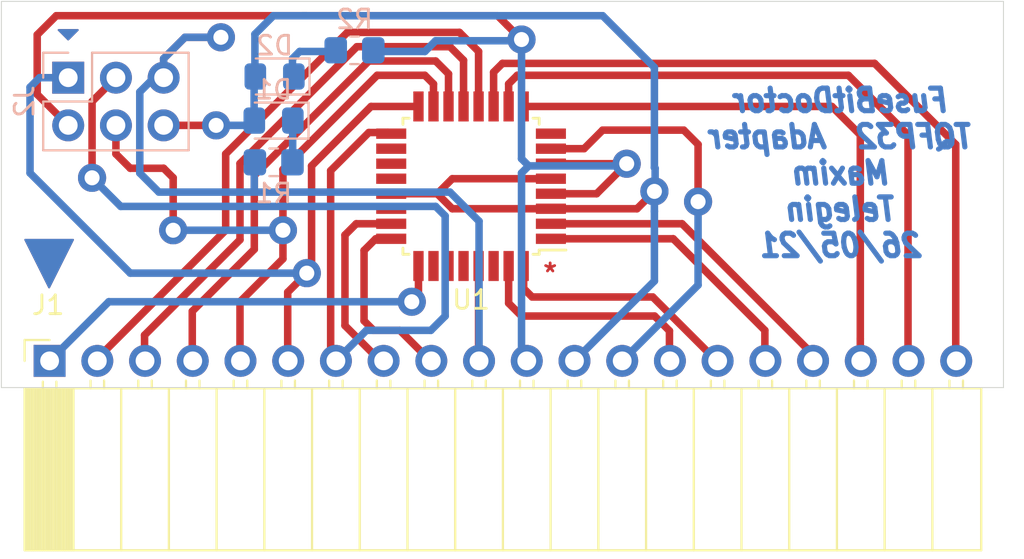
<source format=kicad_pcb>
(kicad_pcb (version 20171130) (host pcbnew "(5.1.10)-1")

  (general
    (thickness 1.6)
    (drawings 14)
    (tracks 190)
    (zones 0)
    (modules 7)
    (nets 32)
  )

  (page A4)
  (layers
    (0 F.Cu signal)
    (31 B.Cu signal)
    (32 B.Adhes user)
    (33 F.Adhes user)
    (34 B.Paste user)
    (35 F.Paste user)
    (36 B.SilkS user)
    (37 F.SilkS user)
    (38 B.Mask user)
    (39 F.Mask user)
    (40 Dwgs.User user)
    (41 Cmts.User user)
    (42 Eco1.User user)
    (43 Eco2.User user)
    (44 Edge.Cuts user)
    (45 Margin user)
    (46 B.CrtYd user)
    (47 F.CrtYd user)
    (48 B.Fab user)
    (49 F.Fab user)
  )

  (setup
    (last_trace_width 0.4)
    (user_trace_width 0.4)
    (trace_clearance 0.2)
    (zone_clearance 0.508)
    (zone_45_only no)
    (trace_min 0.2)
    (via_size 0.8)
    (via_drill 0.4)
    (via_min_size 0.4)
    (via_min_drill 0.3)
    (uvia_size 0.3)
    (uvia_drill 0.1)
    (uvias_allowed no)
    (uvia_min_size 0.2)
    (uvia_min_drill 0.1)
    (edge_width 0.05)
    (segment_width 0.2)
    (pcb_text_width 0.3)
    (pcb_text_size 1.5 1.5)
    (mod_edge_width 0.12)
    (mod_text_size 1 1)
    (mod_text_width 0.15)
    (pad_size 1.524 1.524)
    (pad_drill 0.762)
    (pad_to_mask_clearance 0)
    (aux_axis_origin 0 0)
    (visible_elements 7FFFFFFF)
    (pcbplotparams
      (layerselection 0x010fc_ffffffff)
      (usegerberextensions false)
      (usegerberattributes true)
      (usegerberadvancedattributes true)
      (creategerberjobfile true)
      (excludeedgelayer true)
      (linewidth 0.100000)
      (plotframeref false)
      (viasonmask false)
      (mode 1)
      (useauxorigin false)
      (hpglpennumber 1)
      (hpglpenspeed 20)
      (hpglpendiameter 15.000000)
      (psnegative false)
      (psa4output false)
      (plotreference true)
      (plotvalue true)
      (plotinvisibletext false)
      (padsonsilk false)
      (subtractmaskfromsilk false)
      (outputformat 1)
      (mirror false)
      (drillshape 1)
      (scaleselection 1)
      (outputdirectory ""))
  )

  (net 0 "")
  (net 1 PAG)
  (net 2 XA1)
  (net 3 XA0)
  (net 4 BS1)
  (net 5 WR)
  (net 6 OE)
  (net 7 RDY)
  (net 8 XTAL1)
  (net 9 GND)
  (net 10 +5V)
  (net 11 DATA7)
  (net 12 DATA6)
  (net 13 DATA5)
  (net 14 DATA4)
  (net 15 DATA3)
  (net 16 DATA2)
  (net 17 DATA1)
  (net 18 DATA0)
  (net 19 BS2)
  (net 20 "Net-(U1-Pad30)")
  (net 21 "Net-(U1-Pad28)")
  (net 22 "Net-(U1-Pad27)")
  (net 23 "Net-(U1-Pad26)")
  (net 24 "Net-(U1-Pad22)")
  (net 25 "Net-(U1-Pad20)")
  (net 26 "Net-(U1-Pad19)")
  (net 27 "Net-(U1-Pad18)")
  (net 28 "Net-(U1-Pad8)")
  (net 29 RESET)
  (net 30 "Net-(D1-Pad1)")
  (net 31 "Net-(D2-Pad1)")

  (net_class Default "This is the default net class."
    (clearance 0.2)
    (trace_width 0.25)
    (via_dia 0.8)
    (via_drill 0.4)
    (uvia_dia 0.3)
    (uvia_drill 0.1)
    (add_net +5V)
    (add_net BS1)
    (add_net BS2)
    (add_net DATA0)
    (add_net DATA1)
    (add_net DATA2)
    (add_net DATA3)
    (add_net DATA4)
    (add_net DATA5)
    (add_net DATA6)
    (add_net DATA7)
    (add_net GND)
    (add_net "Net-(D1-Pad1)")
    (add_net "Net-(D2-Pad1)")
    (add_net "Net-(U1-Pad18)")
    (add_net "Net-(U1-Pad19)")
    (add_net "Net-(U1-Pad20)")
    (add_net "Net-(U1-Pad22)")
    (add_net "Net-(U1-Pad26)")
    (add_net "Net-(U1-Pad27)")
    (add_net "Net-(U1-Pad28)")
    (add_net "Net-(U1-Pad30)")
    (add_net "Net-(U1-Pad8)")
    (add_net OE)
    (add_net PAG)
    (add_net RDY)
    (add_net RESET)
    (add_net WR)
    (add_net XA0)
    (add_net XA1)
    (add_net XTAL1)
  )

  (module Resistor_SMD:R_0805_2012Metric_Pad1.20x1.40mm_HandSolder (layer B.Cu) (tedit 5F68FEEE) (tstamp 60AF9829)
    (at 136.906 96.5835 180)
    (descr "Resistor SMD 0805 (2012 Metric), square (rectangular) end terminal, IPC_7351 nominal with elongated pad for handsoldering. (Body size source: IPC-SM-782 page 72, https://www.pcb-3d.com/wordpress/wp-content/uploads/ipc-sm-782a_amendment_1_and_2.pdf), generated with kicad-footprint-generator")
    (tags "resistor handsolder")
    (path /60BA6720)
    (attr smd)
    (fp_text reference R2 (at 0 1.65) (layer B.SilkS)
      (effects (font (size 1 1) (thickness 0.15)) (justify mirror))
    )
    (fp_text value 1К (at 0 -1.65) (layer B.Fab)
      (effects (font (size 1 1) (thickness 0.15)) (justify mirror))
    )
    (fp_text user %R (at 0 0) (layer B.Fab)
      (effects (font (size 0.5 0.5) (thickness 0.08)) (justify mirror))
    )
    (fp_line (start -1 -0.625) (end -1 0.625) (layer B.Fab) (width 0.1))
    (fp_line (start -1 0.625) (end 1 0.625) (layer B.Fab) (width 0.1))
    (fp_line (start 1 0.625) (end 1 -0.625) (layer B.Fab) (width 0.1))
    (fp_line (start 1 -0.625) (end -1 -0.625) (layer B.Fab) (width 0.1))
    (fp_line (start -0.227064 0.735) (end 0.227064 0.735) (layer B.SilkS) (width 0.12))
    (fp_line (start -0.227064 -0.735) (end 0.227064 -0.735) (layer B.SilkS) (width 0.12))
    (fp_line (start -1.85 -0.95) (end -1.85 0.95) (layer B.CrtYd) (width 0.05))
    (fp_line (start -1.85 0.95) (end 1.85 0.95) (layer B.CrtYd) (width 0.05))
    (fp_line (start 1.85 0.95) (end 1.85 -0.95) (layer B.CrtYd) (width 0.05))
    (fp_line (start 1.85 -0.95) (end -1.85 -0.95) (layer B.CrtYd) (width 0.05))
    (pad 2 smd roundrect (at 1 0 180) (size 1.2 1.4) (layers B.Cu B.Paste B.Mask) (roundrect_rratio 0.208333)
      (net 31 "Net-(D2-Pad1)"))
    (pad 1 smd roundrect (at -1 0 180) (size 1.2 1.4) (layers B.Cu B.Paste B.Mask) (roundrect_rratio 0.208333)
      (net 10 +5V))
    (model ${KISYS3DMOD}/Resistor_SMD.3dshapes/R_0805_2012Metric.wrl
      (at (xyz 0 0 0))
      (scale (xyz 1 1 1))
      (rotate (xyz 0 0 0))
    )
  )

  (module Resistor_SMD:R_0805_2012Metric_Pad1.20x1.40mm_HandSolder (layer B.Cu) (tedit 5F68FEEE) (tstamp 60AF9818)
    (at 132.604 102.5525)
    (descr "Resistor SMD 0805 (2012 Metric), square (rectangular) end terminal, IPC_7351 nominal with elongated pad for handsoldering. (Body size source: IPC-SM-782 page 72, https://www.pcb-3d.com/wordpress/wp-content/uploads/ipc-sm-782a_amendment_1_and_2.pdf), generated with kicad-footprint-generator")
    (tags "resistor handsolder")
    (path /60BA4C2B)
    (attr smd)
    (fp_text reference R1 (at 0 1.65) (layer B.SilkS)
      (effects (font (size 1 1) (thickness 0.15)) (justify mirror))
    )
    (fp_text value 1К (at 0 -1.65) (layer B.Fab)
      (effects (font (size 1 1) (thickness 0.15)) (justify mirror))
    )
    (fp_text user %R (at 0 0) (layer B.Fab)
      (effects (font (size 0.5 0.5) (thickness 0.08)) (justify mirror))
    )
    (fp_line (start -1 -0.625) (end -1 0.625) (layer B.Fab) (width 0.1))
    (fp_line (start -1 0.625) (end 1 0.625) (layer B.Fab) (width 0.1))
    (fp_line (start 1 0.625) (end 1 -0.625) (layer B.Fab) (width 0.1))
    (fp_line (start 1 -0.625) (end -1 -0.625) (layer B.Fab) (width 0.1))
    (fp_line (start -0.227064 0.735) (end 0.227064 0.735) (layer B.SilkS) (width 0.12))
    (fp_line (start -0.227064 -0.735) (end 0.227064 -0.735) (layer B.SilkS) (width 0.12))
    (fp_line (start -1.85 -0.95) (end -1.85 0.95) (layer B.CrtYd) (width 0.05))
    (fp_line (start -1.85 0.95) (end 1.85 0.95) (layer B.CrtYd) (width 0.05))
    (fp_line (start 1.85 0.95) (end 1.85 -0.95) (layer B.CrtYd) (width 0.05))
    (fp_line (start 1.85 -0.95) (end -1.85 -0.95) (layer B.CrtYd) (width 0.05))
    (pad 2 smd roundrect (at 1 0) (size 1.2 1.4) (layers B.Cu B.Paste B.Mask) (roundrect_rratio 0.208333)
      (net 30 "Net-(D1-Pad1)"))
    (pad 1 smd roundrect (at -1 0) (size 1.2 1.4) (layers B.Cu B.Paste B.Mask) (roundrect_rratio 0.208333)
      (net 29 RESET))
    (model ${KISYS3DMOD}/Resistor_SMD.3dshapes/R_0805_2012Metric.wrl
      (at (xyz 0 0 0))
      (scale (xyz 1 1 1))
      (rotate (xyz 0 0 0))
    )
  )

  (module LED_SMD:LED_0805_2012Metric_Pad1.15x1.40mm_HandSolder (layer B.Cu) (tedit 5F68FEF1) (tstamp 60AF966B)
    (at 132.6515 97.9805 180)
    (descr "LED SMD 0805 (2012 Metric), square (rectangular) end terminal, IPC_7351 nominal, (Body size source: https://docs.google.com/spreadsheets/d/1BsfQQcO9C6DZCsRaXUlFlo91Tg2WpOkGARC1WS5S8t0/edit?usp=sharing), generated with kicad-footprint-generator")
    (tags "LED handsolder")
    (path /60B87E9D)
    (attr smd)
    (fp_text reference D2 (at 0 1.65) (layer B.SilkS)
      (effects (font (size 1 1) (thickness 0.15)) (justify mirror))
    )
    (fp_text value LED (at 0 -1.65) (layer B.Fab)
      (effects (font (size 1 1) (thickness 0.15)) (justify mirror))
    )
    (fp_text user %R (at 0 0) (layer B.Fab)
      (effects (font (size 0.5 0.5) (thickness 0.08)) (justify mirror))
    )
    (fp_line (start 1 0.6) (end -0.7 0.6) (layer B.Fab) (width 0.1))
    (fp_line (start -0.7 0.6) (end -1 0.3) (layer B.Fab) (width 0.1))
    (fp_line (start -1 0.3) (end -1 -0.6) (layer B.Fab) (width 0.1))
    (fp_line (start -1 -0.6) (end 1 -0.6) (layer B.Fab) (width 0.1))
    (fp_line (start 1 -0.6) (end 1 0.6) (layer B.Fab) (width 0.1))
    (fp_line (start 1 0.96) (end -1.86 0.96) (layer B.SilkS) (width 0.12))
    (fp_line (start -1.86 0.96) (end -1.86 -0.96) (layer B.SilkS) (width 0.12))
    (fp_line (start -1.86 -0.96) (end 1 -0.96) (layer B.SilkS) (width 0.12))
    (fp_line (start -1.85 -0.95) (end -1.85 0.95) (layer B.CrtYd) (width 0.05))
    (fp_line (start -1.85 0.95) (end 1.85 0.95) (layer B.CrtYd) (width 0.05))
    (fp_line (start 1.85 0.95) (end 1.85 -0.95) (layer B.CrtYd) (width 0.05))
    (fp_line (start 1.85 -0.95) (end -1.85 -0.95) (layer B.CrtYd) (width 0.05))
    (pad 2 smd roundrect (at 1.025 0 180) (size 1.15 1.4) (layers B.Cu B.Paste B.Mask) (roundrect_rratio 0.217391)
      (net 9 GND))
    (pad 1 smd roundrect (at -1.025 0 180) (size 1.15 1.4) (layers B.Cu B.Paste B.Mask) (roundrect_rratio 0.217391)
      (net 31 "Net-(D2-Pad1)"))
    (model ${KISYS3DMOD}/LED_SMD.3dshapes/LED_0805_2012Metric.wrl
      (at (xyz 0 0 0))
      (scale (xyz 1 1 1))
      (rotate (xyz 0 0 0))
    )
  )

  (module LED_SMD:LED_0805_2012Metric_Pad1.15x1.40mm_HandSolder (layer B.Cu) (tedit 5F68FEF1) (tstamp 60AF9658)
    (at 132.597 100.33 180)
    (descr "LED SMD 0805 (2012 Metric), square (rectangular) end terminal, IPC_7351 nominal, (Body size source: https://docs.google.com/spreadsheets/d/1BsfQQcO9C6DZCsRaXUlFlo91Tg2WpOkGARC1WS5S8t0/edit?usp=sharing), generated with kicad-footprint-generator")
    (tags "LED handsolder")
    (path /60B8D8E2)
    (attr smd)
    (fp_text reference D1 (at 0 1.65) (layer B.SilkS)
      (effects (font (size 1 1) (thickness 0.15)) (justify mirror))
    )
    (fp_text value LED (at 0 -1.65) (layer B.Fab)
      (effects (font (size 1 1) (thickness 0.15)) (justify mirror))
    )
    (fp_text user %R (at 0 0) (layer B.Fab)
      (effects (font (size 0.5 0.5) (thickness 0.08)) (justify mirror))
    )
    (fp_line (start 1 0.6) (end -0.7 0.6) (layer B.Fab) (width 0.1))
    (fp_line (start -0.7 0.6) (end -1 0.3) (layer B.Fab) (width 0.1))
    (fp_line (start -1 0.3) (end -1 -0.6) (layer B.Fab) (width 0.1))
    (fp_line (start -1 -0.6) (end 1 -0.6) (layer B.Fab) (width 0.1))
    (fp_line (start 1 -0.6) (end 1 0.6) (layer B.Fab) (width 0.1))
    (fp_line (start 1 0.96) (end -1.86 0.96) (layer B.SilkS) (width 0.12))
    (fp_line (start -1.86 0.96) (end -1.86 -0.96) (layer B.SilkS) (width 0.12))
    (fp_line (start -1.86 -0.96) (end 1 -0.96) (layer B.SilkS) (width 0.12))
    (fp_line (start -1.85 -0.95) (end -1.85 0.95) (layer B.CrtYd) (width 0.05))
    (fp_line (start -1.85 0.95) (end 1.85 0.95) (layer B.CrtYd) (width 0.05))
    (fp_line (start 1.85 0.95) (end 1.85 -0.95) (layer B.CrtYd) (width 0.05))
    (fp_line (start 1.85 -0.95) (end -1.85 -0.95) (layer B.CrtYd) (width 0.05))
    (pad 2 smd roundrect (at 1.025 0 180) (size 1.15 1.4) (layers B.Cu B.Paste B.Mask) (roundrect_rratio 0.217391)
      (net 9 GND))
    (pad 1 smd roundrect (at -1.025 0 180) (size 1.15 1.4) (layers B.Cu B.Paste B.Mask) (roundrect_rratio 0.217391)
      (net 30 "Net-(D1-Pad1)"))
    (model ${KISYS3DMOD}/LED_SMD.3dshapes/LED_0805_2012Metric.wrl
      (at (xyz 0 0 0))
      (scale (xyz 1 1 1))
      (rotate (xyz 0 0 0))
    )
  )

  (module Connector_PinHeader_2.54mm:PinHeader_2x03_P2.54mm_Vertical (layer B.Cu) (tedit 59FED5CC) (tstamp 60AF7109)
    (at 121.666 98.044 270)
    (descr "Through hole straight pin header, 2x03, 2.54mm pitch, double rows")
    (tags "Through hole pin header THT 2x03 2.54mm double row")
    (path /60AF4D40)
    (fp_text reference J2 (at 1.27 2.33 270) (layer B.SilkS)
      (effects (font (size 1 1) (thickness 0.15)) (justify mirror))
    )
    (fp_text value ISP (at 1.27 -7.41 270) (layer B.Fab)
      (effects (font (size 1 1) (thickness 0.15)) (justify mirror))
    )
    (fp_text user %R (at 1.27 -2.54) (layer B.Fab)
      (effects (font (size 1 1) (thickness 0.15)) (justify mirror))
    )
    (fp_line (start 0 1.27) (end 3.81 1.27) (layer B.Fab) (width 0.1))
    (fp_line (start 3.81 1.27) (end 3.81 -6.35) (layer B.Fab) (width 0.1))
    (fp_line (start 3.81 -6.35) (end -1.27 -6.35) (layer B.Fab) (width 0.1))
    (fp_line (start -1.27 -6.35) (end -1.27 0) (layer B.Fab) (width 0.1))
    (fp_line (start -1.27 0) (end 0 1.27) (layer B.Fab) (width 0.1))
    (fp_line (start -1.33 -6.41) (end 3.87 -6.41) (layer B.SilkS) (width 0.12))
    (fp_line (start -1.33 -1.27) (end -1.33 -6.41) (layer B.SilkS) (width 0.12))
    (fp_line (start 3.87 1.33) (end 3.87 -6.41) (layer B.SilkS) (width 0.12))
    (fp_line (start -1.33 -1.27) (end 1.27 -1.27) (layer B.SilkS) (width 0.12))
    (fp_line (start 1.27 -1.27) (end 1.27 1.33) (layer B.SilkS) (width 0.12))
    (fp_line (start 1.27 1.33) (end 3.87 1.33) (layer B.SilkS) (width 0.12))
    (fp_line (start -1.33 0) (end -1.33 1.33) (layer B.SilkS) (width 0.12))
    (fp_line (start -1.33 1.33) (end 0 1.33) (layer B.SilkS) (width 0.12))
    (fp_line (start -1.8 1.8) (end -1.8 -6.85) (layer B.CrtYd) (width 0.05))
    (fp_line (start -1.8 -6.85) (end 4.35 -6.85) (layer B.CrtYd) (width 0.05))
    (fp_line (start 4.35 -6.85) (end 4.35 1.8) (layer B.CrtYd) (width 0.05))
    (fp_line (start 4.35 1.8) (end -1.8 1.8) (layer B.CrtYd) (width 0.05))
    (pad 6 thru_hole oval (at 2.54 -5.08 270) (size 1.7 1.7) (drill 1) (layers *.Cu *.Mask)
      (net 9 GND))
    (pad 5 thru_hole oval (at 0 -5.08 270) (size 1.7 1.7) (drill 1) (layers *.Cu *.Mask)
      (net 29 RESET))
    (pad 4 thru_hole oval (at 2.54 -2.54 270) (size 1.7 1.7) (drill 1) (layers *.Cu *.Mask)
      (net 15 DATA3))
    (pad 3 thru_hole oval (at 0 -2.54 270) (size 1.7 1.7) (drill 1) (layers *.Cu *.Mask)
      (net 13 DATA5))
    (pad 2 thru_hole oval (at 2.54 0 270) (size 1.7 1.7) (drill 1) (layers *.Cu *.Mask)
      (net 10 +5V))
    (pad 1 thru_hole rect (at 0 0 270) (size 1.7 1.7) (drill 1) (layers *.Cu *.Mask)
      (net 14 DATA4))
    (model ${KISYS3DMOD}/Connector_PinHeader_2.54mm.3dshapes/PinHeader_2x03_P2.54mm_Vertical.wrl
      (at (xyz 0 0 0))
      (scale (xyz 1 1 1))
      (rotate (xyz 0 0 0))
    )
  )

  (module Connector_PinSocket_2.54mm:PinSocket_1x20_P2.54mm_Horizontal (layer F.Cu) (tedit 5A19A41C) (tstamp 60AE9094)
    (at 120.6754 113.1316 90)
    (descr "Through hole angled socket strip, 1x20, 2.54mm pitch, 8.51mm socket length, single row (from Kicad 4.0.7), script generated")
    (tags "Through hole angled socket strip THT 1x20 2.54mm single row")
    (path /60AEE4EE)
    (fp_text reference J1 (at 2.9718 -0.0762 180) (layer F.SilkS)
      (effects (font (size 1 1) (thickness 0.15)))
    )
    (fp_text value Conn_01x30 (at -4.38 51.03 90) (layer F.Fab)
      (effects (font (size 1 1) (thickness 0.15)))
    )
    (fp_line (start -10.03 -1.27) (end -2.49 -1.27) (layer F.Fab) (width 0.1))
    (fp_line (start -2.49 -1.27) (end -1.52 -0.3) (layer F.Fab) (width 0.1))
    (fp_line (start -1.52 -0.3) (end -1.52 49.53) (layer F.Fab) (width 0.1))
    (fp_line (start -1.52 49.53) (end -10.03 49.53) (layer F.Fab) (width 0.1))
    (fp_line (start -10.03 49.53) (end -10.03 -1.27) (layer F.Fab) (width 0.1))
    (fp_line (start 0 -0.3) (end -1.52 -0.3) (layer F.Fab) (width 0.1))
    (fp_line (start -1.52 0.3) (end 0 0.3) (layer F.Fab) (width 0.1))
    (fp_line (start 0 0.3) (end 0 -0.3) (layer F.Fab) (width 0.1))
    (fp_line (start 0 2.24) (end -1.52 2.24) (layer F.Fab) (width 0.1))
    (fp_line (start -1.52 2.84) (end 0 2.84) (layer F.Fab) (width 0.1))
    (fp_line (start 0 2.84) (end 0 2.24) (layer F.Fab) (width 0.1))
    (fp_line (start 0 4.78) (end -1.52 4.78) (layer F.Fab) (width 0.1))
    (fp_line (start -1.52 5.38) (end 0 5.38) (layer F.Fab) (width 0.1))
    (fp_line (start 0 5.38) (end 0 4.78) (layer F.Fab) (width 0.1))
    (fp_line (start 0 7.32) (end -1.52 7.32) (layer F.Fab) (width 0.1))
    (fp_line (start -1.52 7.92) (end 0 7.92) (layer F.Fab) (width 0.1))
    (fp_line (start 0 7.92) (end 0 7.32) (layer F.Fab) (width 0.1))
    (fp_line (start 0 9.86) (end -1.52 9.86) (layer F.Fab) (width 0.1))
    (fp_line (start -1.52 10.46) (end 0 10.46) (layer F.Fab) (width 0.1))
    (fp_line (start 0 10.46) (end 0 9.86) (layer F.Fab) (width 0.1))
    (fp_line (start 0 12.4) (end -1.52 12.4) (layer F.Fab) (width 0.1))
    (fp_line (start -1.52 13) (end 0 13) (layer F.Fab) (width 0.1))
    (fp_line (start 0 13) (end 0 12.4) (layer F.Fab) (width 0.1))
    (fp_line (start 0 14.94) (end -1.52 14.94) (layer F.Fab) (width 0.1))
    (fp_line (start -1.52 15.54) (end 0 15.54) (layer F.Fab) (width 0.1))
    (fp_line (start 0 15.54) (end 0 14.94) (layer F.Fab) (width 0.1))
    (fp_line (start 0 17.48) (end -1.52 17.48) (layer F.Fab) (width 0.1))
    (fp_line (start -1.52 18.08) (end 0 18.08) (layer F.Fab) (width 0.1))
    (fp_line (start 0 18.08) (end 0 17.48) (layer F.Fab) (width 0.1))
    (fp_line (start 0 20.02) (end -1.52 20.02) (layer F.Fab) (width 0.1))
    (fp_line (start -1.52 20.62) (end 0 20.62) (layer F.Fab) (width 0.1))
    (fp_line (start 0 20.62) (end 0 20.02) (layer F.Fab) (width 0.1))
    (fp_line (start 0 22.56) (end -1.52 22.56) (layer F.Fab) (width 0.1))
    (fp_line (start -1.52 23.16) (end 0 23.16) (layer F.Fab) (width 0.1))
    (fp_line (start 0 23.16) (end 0 22.56) (layer F.Fab) (width 0.1))
    (fp_line (start 0 25.1) (end -1.52 25.1) (layer F.Fab) (width 0.1))
    (fp_line (start -1.52 25.7) (end 0 25.7) (layer F.Fab) (width 0.1))
    (fp_line (start 0 25.7) (end 0 25.1) (layer F.Fab) (width 0.1))
    (fp_line (start 0 27.64) (end -1.52 27.64) (layer F.Fab) (width 0.1))
    (fp_line (start -1.52 28.24) (end 0 28.24) (layer F.Fab) (width 0.1))
    (fp_line (start 0 28.24) (end 0 27.64) (layer F.Fab) (width 0.1))
    (fp_line (start 0 30.18) (end -1.52 30.18) (layer F.Fab) (width 0.1))
    (fp_line (start -1.52 30.78) (end 0 30.78) (layer F.Fab) (width 0.1))
    (fp_line (start 0 30.78) (end 0 30.18) (layer F.Fab) (width 0.1))
    (fp_line (start 0 32.72) (end -1.52 32.72) (layer F.Fab) (width 0.1))
    (fp_line (start -1.52 33.32) (end 0 33.32) (layer F.Fab) (width 0.1))
    (fp_line (start 0 33.32) (end 0 32.72) (layer F.Fab) (width 0.1))
    (fp_line (start 0 35.26) (end -1.52 35.26) (layer F.Fab) (width 0.1))
    (fp_line (start -1.52 35.86) (end 0 35.86) (layer F.Fab) (width 0.1))
    (fp_line (start 0 35.86) (end 0 35.26) (layer F.Fab) (width 0.1))
    (fp_line (start 0 37.8) (end -1.52 37.8) (layer F.Fab) (width 0.1))
    (fp_line (start -1.52 38.4) (end 0 38.4) (layer F.Fab) (width 0.1))
    (fp_line (start 0 38.4) (end 0 37.8) (layer F.Fab) (width 0.1))
    (fp_line (start 0 40.34) (end -1.52 40.34) (layer F.Fab) (width 0.1))
    (fp_line (start -1.52 40.94) (end 0 40.94) (layer F.Fab) (width 0.1))
    (fp_line (start 0 40.94) (end 0 40.34) (layer F.Fab) (width 0.1))
    (fp_line (start 0 42.88) (end -1.52 42.88) (layer F.Fab) (width 0.1))
    (fp_line (start -1.52 43.48) (end 0 43.48) (layer F.Fab) (width 0.1))
    (fp_line (start 0 43.48) (end 0 42.88) (layer F.Fab) (width 0.1))
    (fp_line (start 0 45.42) (end -1.52 45.42) (layer F.Fab) (width 0.1))
    (fp_line (start -1.52 46.02) (end 0 46.02) (layer F.Fab) (width 0.1))
    (fp_line (start 0 46.02) (end 0 45.42) (layer F.Fab) (width 0.1))
    (fp_line (start 0 47.96) (end -1.52 47.96) (layer F.Fab) (width 0.1))
    (fp_line (start -1.52 48.56) (end 0 48.56) (layer F.Fab) (width 0.1))
    (fp_line (start 0 48.56) (end 0 47.96) (layer F.Fab) (width 0.1))
    (fp_line (start -10.09 -1.21) (end -1.46 -1.21) (layer F.SilkS) (width 0.12))
    (fp_line (start -10.09 -1.091905) (end -1.46 -1.091905) (layer F.SilkS) (width 0.12))
    (fp_line (start -10.09 -0.97381) (end -1.46 -0.97381) (layer F.SilkS) (width 0.12))
    (fp_line (start -10.09 -0.855715) (end -1.46 -0.855715) (layer F.SilkS) (width 0.12))
    (fp_line (start -10.09 -0.73762) (end -1.46 -0.73762) (layer F.SilkS) (width 0.12))
    (fp_line (start -10.09 -0.619525) (end -1.46 -0.619525) (layer F.SilkS) (width 0.12))
    (fp_line (start -10.09 -0.50143) (end -1.46 -0.50143) (layer F.SilkS) (width 0.12))
    (fp_line (start -10.09 -0.383335) (end -1.46 -0.383335) (layer F.SilkS) (width 0.12))
    (fp_line (start -10.09 -0.26524) (end -1.46 -0.26524) (layer F.SilkS) (width 0.12))
    (fp_line (start -10.09 -0.147145) (end -1.46 -0.147145) (layer F.SilkS) (width 0.12))
    (fp_line (start -10.09 -0.02905) (end -1.46 -0.02905) (layer F.SilkS) (width 0.12))
    (fp_line (start -10.09 0.089045) (end -1.46 0.089045) (layer F.SilkS) (width 0.12))
    (fp_line (start -10.09 0.20714) (end -1.46 0.20714) (layer F.SilkS) (width 0.12))
    (fp_line (start -10.09 0.325235) (end -1.46 0.325235) (layer F.SilkS) (width 0.12))
    (fp_line (start -10.09 0.44333) (end -1.46 0.44333) (layer F.SilkS) (width 0.12))
    (fp_line (start -10.09 0.561425) (end -1.46 0.561425) (layer F.SilkS) (width 0.12))
    (fp_line (start -10.09 0.67952) (end -1.46 0.67952) (layer F.SilkS) (width 0.12))
    (fp_line (start -10.09 0.797615) (end -1.46 0.797615) (layer F.SilkS) (width 0.12))
    (fp_line (start -10.09 0.91571) (end -1.46 0.91571) (layer F.SilkS) (width 0.12))
    (fp_line (start -10.09 1.033805) (end -1.46 1.033805) (layer F.SilkS) (width 0.12))
    (fp_line (start -10.09 1.1519) (end -1.46 1.1519) (layer F.SilkS) (width 0.12))
    (fp_line (start -1.46 -0.36) (end -1.11 -0.36) (layer F.SilkS) (width 0.12))
    (fp_line (start -1.46 0.36) (end -1.11 0.36) (layer F.SilkS) (width 0.12))
    (fp_line (start -1.46 2.18) (end -1.05 2.18) (layer F.SilkS) (width 0.12))
    (fp_line (start -1.46 2.9) (end -1.05 2.9) (layer F.SilkS) (width 0.12))
    (fp_line (start -1.46 4.72) (end -1.05 4.72) (layer F.SilkS) (width 0.12))
    (fp_line (start -1.46 5.44) (end -1.05 5.44) (layer F.SilkS) (width 0.12))
    (fp_line (start -1.46 7.26) (end -1.05 7.26) (layer F.SilkS) (width 0.12))
    (fp_line (start -1.46 7.98) (end -1.05 7.98) (layer F.SilkS) (width 0.12))
    (fp_line (start -1.46 9.8) (end -1.05 9.8) (layer F.SilkS) (width 0.12))
    (fp_line (start -1.46 10.52) (end -1.05 10.52) (layer F.SilkS) (width 0.12))
    (fp_line (start -1.46 12.34) (end -1.05 12.34) (layer F.SilkS) (width 0.12))
    (fp_line (start -1.46 13.06) (end -1.05 13.06) (layer F.SilkS) (width 0.12))
    (fp_line (start -1.46 14.88) (end -1.05 14.88) (layer F.SilkS) (width 0.12))
    (fp_line (start -1.46 15.6) (end -1.05 15.6) (layer F.SilkS) (width 0.12))
    (fp_line (start -1.46 17.42) (end -1.05 17.42) (layer F.SilkS) (width 0.12))
    (fp_line (start -1.46 18.14) (end -1.05 18.14) (layer F.SilkS) (width 0.12))
    (fp_line (start -1.46 19.96) (end -1.05 19.96) (layer F.SilkS) (width 0.12))
    (fp_line (start -1.46 20.68) (end -1.05 20.68) (layer F.SilkS) (width 0.12))
    (fp_line (start -1.46 22.5) (end -1.05 22.5) (layer F.SilkS) (width 0.12))
    (fp_line (start -1.46 23.22) (end -1.05 23.22) (layer F.SilkS) (width 0.12))
    (fp_line (start -1.46 25.04) (end -1.05 25.04) (layer F.SilkS) (width 0.12))
    (fp_line (start -1.46 25.76) (end -1.05 25.76) (layer F.SilkS) (width 0.12))
    (fp_line (start -1.46 27.58) (end -1.05 27.58) (layer F.SilkS) (width 0.12))
    (fp_line (start -1.46 28.3) (end -1.05 28.3) (layer F.SilkS) (width 0.12))
    (fp_line (start -1.46 30.12) (end -1.05 30.12) (layer F.SilkS) (width 0.12))
    (fp_line (start -1.46 30.84) (end -1.05 30.84) (layer F.SilkS) (width 0.12))
    (fp_line (start -1.46 32.66) (end -1.05 32.66) (layer F.SilkS) (width 0.12))
    (fp_line (start -1.46 33.38) (end -1.05 33.38) (layer F.SilkS) (width 0.12))
    (fp_line (start -1.46 35.2) (end -1.05 35.2) (layer F.SilkS) (width 0.12))
    (fp_line (start -1.46 35.92) (end -1.05 35.92) (layer F.SilkS) (width 0.12))
    (fp_line (start -1.46 37.74) (end -1.05 37.74) (layer F.SilkS) (width 0.12))
    (fp_line (start -1.46 38.46) (end -1.05 38.46) (layer F.SilkS) (width 0.12))
    (fp_line (start -1.46 40.28) (end -1.05 40.28) (layer F.SilkS) (width 0.12))
    (fp_line (start -1.46 41) (end -1.05 41) (layer F.SilkS) (width 0.12))
    (fp_line (start -1.46 42.82) (end -1.05 42.82) (layer F.SilkS) (width 0.12))
    (fp_line (start -1.46 43.54) (end -1.05 43.54) (layer F.SilkS) (width 0.12))
    (fp_line (start -1.46 45.36) (end -1.05 45.36) (layer F.SilkS) (width 0.12))
    (fp_line (start -1.46 46.08) (end -1.05 46.08) (layer F.SilkS) (width 0.12))
    (fp_line (start -1.46 47.9) (end -1.05 47.9) (layer F.SilkS) (width 0.12))
    (fp_line (start -1.46 48.62) (end -1.05 48.62) (layer F.SilkS) (width 0.12))
    (fp_line (start -10.09 1.27) (end -1.46 1.27) (layer F.SilkS) (width 0.12))
    (fp_line (start -10.09 3.81) (end -1.46 3.81) (layer F.SilkS) (width 0.12))
    (fp_line (start -10.09 6.35) (end -1.46 6.35) (layer F.SilkS) (width 0.12))
    (fp_line (start -10.09 8.89) (end -1.46 8.89) (layer F.SilkS) (width 0.12))
    (fp_line (start -10.09 11.43) (end -1.46 11.43) (layer F.SilkS) (width 0.12))
    (fp_line (start -10.09 13.97) (end -1.46 13.97) (layer F.SilkS) (width 0.12))
    (fp_line (start -10.09 16.51) (end -1.46 16.51) (layer F.SilkS) (width 0.12))
    (fp_line (start -10.09 19.05) (end -1.46 19.05) (layer F.SilkS) (width 0.12))
    (fp_line (start -10.09 21.59) (end -1.46 21.59) (layer F.SilkS) (width 0.12))
    (fp_line (start -10.09 24.13) (end -1.46 24.13) (layer F.SilkS) (width 0.12))
    (fp_line (start -10.09 26.67) (end -1.46 26.67) (layer F.SilkS) (width 0.12))
    (fp_line (start -10.09 29.21) (end -1.46 29.21) (layer F.SilkS) (width 0.12))
    (fp_line (start -10.09 31.75) (end -1.46 31.75) (layer F.SilkS) (width 0.12))
    (fp_line (start -10.09 34.29) (end -1.46 34.29) (layer F.SilkS) (width 0.12))
    (fp_line (start -10.09 36.83) (end -1.46 36.83) (layer F.SilkS) (width 0.12))
    (fp_line (start -10.09 39.37) (end -1.46 39.37) (layer F.SilkS) (width 0.12))
    (fp_line (start -10.09 41.91) (end -1.46 41.91) (layer F.SilkS) (width 0.12))
    (fp_line (start -10.09 44.45) (end -1.46 44.45) (layer F.SilkS) (width 0.12))
    (fp_line (start -10.09 46.99) (end -1.46 46.99) (layer F.SilkS) (width 0.12))
    (fp_line (start -10.09 -1.33) (end -1.46 -1.33) (layer F.SilkS) (width 0.12))
    (fp_line (start -1.46 -1.33) (end -1.46 49.59) (layer F.SilkS) (width 0.12))
    (fp_line (start -10.09 49.59) (end -1.46 49.59) (layer F.SilkS) (width 0.12))
    (fp_line (start -10.09 -1.33) (end -10.09 49.59) (layer F.SilkS) (width 0.12))
    (fp_line (start 1.11 -1.33) (end 1.11 0) (layer F.SilkS) (width 0.12))
    (fp_line (start 0 -1.33) (end 1.11 -1.33) (layer F.SilkS) (width 0.12))
    (fp_line (start 1.75 -1.75) (end -10.55 -1.75) (layer F.CrtYd) (width 0.05))
    (fp_line (start -10.55 -1.75) (end -10.55 50.05) (layer F.CrtYd) (width 0.05))
    (fp_line (start -10.55 50.05) (end 1.75 50.05) (layer F.CrtYd) (width 0.05))
    (fp_line (start 1.75 50.05) (end 1.75 -1.75) (layer F.CrtYd) (width 0.05))
    (fp_text user %R (at -5.775 24.13) (layer F.Fab)
      (effects (font (size 1 1) (thickness 0.15)))
    )
    (pad 20 thru_hole oval (at 0 48.26 90) (size 1.7 1.7) (drill 1) (layers *.Cu *.Mask)
      (net 1 PAG))
    (pad 19 thru_hole oval (at 0 45.72 90) (size 1.7 1.7) (drill 1) (layers *.Cu *.Mask)
      (net 2 XA1))
    (pad 18 thru_hole oval (at 0 43.18 90) (size 1.7 1.7) (drill 1) (layers *.Cu *.Mask)
      (net 3 XA0))
    (pad 17 thru_hole oval (at 0 40.64 90) (size 1.7 1.7) (drill 1) (layers *.Cu *.Mask)
      (net 4 BS1))
    (pad 16 thru_hole oval (at 0 38.1 90) (size 1.7 1.7) (drill 1) (layers *.Cu *.Mask)
      (net 5 WR))
    (pad 15 thru_hole oval (at 0 35.56 90) (size 1.7 1.7) (drill 1) (layers *.Cu *.Mask)
      (net 6 OE))
    (pad 14 thru_hole oval (at 0 33.02 90) (size 1.7 1.7) (drill 1) (layers *.Cu *.Mask)
      (net 7 RDY))
    (pad 13 thru_hole oval (at 0 30.48 90) (size 1.7 1.7) (drill 1) (layers *.Cu *.Mask)
      (net 8 XTAL1))
    (pad 12 thru_hole oval (at 0 27.94 90) (size 1.7 1.7) (drill 1) (layers *.Cu *.Mask)
      (net 9 GND))
    (pad 11 thru_hole oval (at 0 25.4 90) (size 1.7 1.7) (drill 1) (layers *.Cu *.Mask)
      (net 10 +5V))
    (pad 10 thru_hole oval (at 0 22.86 90) (size 1.7 1.7) (drill 1) (layers *.Cu *.Mask)
      (net 29 RESET))
    (pad 9 thru_hole oval (at 0 20.32 90) (size 1.7 1.7) (drill 1) (layers *.Cu *.Mask)
      (net 11 DATA7))
    (pad 8 thru_hole oval (at 0 17.78 90) (size 1.7 1.7) (drill 1) (layers *.Cu *.Mask)
      (net 12 DATA6))
    (pad 7 thru_hole oval (at 0 15.24 90) (size 1.7 1.7) (drill 1) (layers *.Cu *.Mask)
      (net 13 DATA5))
    (pad 6 thru_hole oval (at 0 12.7 90) (size 1.7 1.7) (drill 1) (layers *.Cu *.Mask)
      (net 14 DATA4))
    (pad 5 thru_hole oval (at 0 10.16 90) (size 1.7 1.7) (drill 1) (layers *.Cu *.Mask)
      (net 15 DATA3))
    (pad 4 thru_hole oval (at 0 7.62 90) (size 1.7 1.7) (drill 1) (layers *.Cu *.Mask)
      (net 16 DATA2))
    (pad 3 thru_hole oval (at 0 5.08 90) (size 1.7 1.7) (drill 1) (layers *.Cu *.Mask)
      (net 17 DATA1))
    (pad 2 thru_hole oval (at 0 2.54 90) (size 1.7 1.7) (drill 1) (layers *.Cu *.Mask)
      (net 18 DATA0))
    (pad 1 thru_hole rect (at 0 0 90) (size 1.7 1.7) (drill 1) (layers *.Cu *.Mask)
      (net 19 BS2))
    (model ${KISYS3DMOD}/Connector_PinSocket_2.54mm.3dshapes/PinSocket_1x20_P2.54mm_Horizontal.wrl
      (at (xyz 0 0 0))
      (scale (xyz 1 1 1))
      (rotate (xyz 0 0 0))
    )
  )

  (module Package_QFP:TQFP-32_7x7mm_P0.8mm (layer F.Cu) (tedit 5A02F146) (tstamp 60AE6D75)
    (at 143.11 103.827 180)
    (descr "32-Lead Plastic Thin Quad Flatpack (PT) - 7x7x1.0 mm Body, 2.00 mm [TQFP] (see Microchip Packaging Specification 00000049BS.pdf)")
    (tags "QFP 0.8")
    (path /60AE5695)
    (attr smd)
    (fp_text reference U1 (at 0 -6.05) (layer F.SilkS)
      (effects (font (size 1 1) (thickness 0.15)))
    )
    (fp_text value ATmega8L-8AU (at 0 6.05) (layer F.Fab)
      (effects (font (size 1 1) (thickness 0.15)))
    )
    (fp_line (start -2.5 -3.5) (end 3.5 -3.5) (layer F.Fab) (width 0.15))
    (fp_line (start 3.5 -3.5) (end 3.5 3.5) (layer F.Fab) (width 0.15))
    (fp_line (start 3.5 3.5) (end -3.5 3.5) (layer F.Fab) (width 0.15))
    (fp_line (start -3.5 3.5) (end -3.5 -2.5) (layer F.Fab) (width 0.15))
    (fp_line (start -3.5 -2.5) (end -2.5 -3.5) (layer F.Fab) (width 0.15))
    (fp_line (start -5.3 -5.3) (end -5.3 5.3) (layer F.CrtYd) (width 0.05))
    (fp_line (start 5.3 -5.3) (end 5.3 5.3) (layer F.CrtYd) (width 0.05))
    (fp_line (start -5.3 -5.3) (end 5.3 -5.3) (layer F.CrtYd) (width 0.05))
    (fp_line (start -5.3 5.3) (end 5.3 5.3) (layer F.CrtYd) (width 0.05))
    (fp_line (start -3.625 -3.625) (end -3.625 -3.4) (layer F.SilkS) (width 0.15))
    (fp_line (start 3.625 -3.625) (end 3.625 -3.3) (layer F.SilkS) (width 0.15))
    (fp_line (start 3.625 3.625) (end 3.625 3.3) (layer F.SilkS) (width 0.15))
    (fp_line (start -3.625 3.625) (end -3.625 3.3) (layer F.SilkS) (width 0.15))
    (fp_line (start -3.625 -3.625) (end -3.3 -3.625) (layer F.SilkS) (width 0.15))
    (fp_line (start -3.625 3.625) (end -3.3 3.625) (layer F.SilkS) (width 0.15))
    (fp_line (start 3.625 3.625) (end 3.3 3.625) (layer F.SilkS) (width 0.15))
    (fp_line (start 3.625 -3.625) (end 3.3 -3.625) (layer F.SilkS) (width 0.15))
    (fp_line (start -3.625 -3.4) (end -5.05 -3.4) (layer F.SilkS) (width 0.15))
    (fp_text user %R (at 0 0) (layer F.Fab)
      (effects (font (size 1 1) (thickness 0.15)))
    )
    (pad 32 smd rect (at -2.8 -4.25 270) (size 1.6 0.55) (layers F.Cu F.Paste F.Mask)
      (net 6 OE))
    (pad 31 smd rect (at -2 -4.25 270) (size 1.6 0.55) (layers F.Cu F.Paste F.Mask)
      (net 7 RDY))
    (pad 30 smd rect (at -1.2 -4.25 270) (size 1.6 0.55) (layers F.Cu F.Paste F.Mask)
      (net 20 "Net-(U1-Pad30)"))
    (pad 29 smd rect (at -0.4 -4.25 270) (size 1.6 0.55) (layers F.Cu F.Paste F.Mask)
      (net 29 RESET))
    (pad 28 smd rect (at 0.4 -4.25 270) (size 1.6 0.55) (layers F.Cu F.Paste F.Mask)
      (net 21 "Net-(U1-Pad28)"))
    (pad 27 smd rect (at 1.2 -4.25 270) (size 1.6 0.55) (layers F.Cu F.Paste F.Mask)
      (net 22 "Net-(U1-Pad27)"))
    (pad 26 smd rect (at 2 -4.25 270) (size 1.6 0.55) (layers F.Cu F.Paste F.Mask)
      (net 23 "Net-(U1-Pad26)"))
    (pad 25 smd rect (at 2.8 -4.25 270) (size 1.6 0.55) (layers F.Cu F.Paste F.Mask)
      (net 19 BS2))
    (pad 24 smd rect (at 4.25 -2.8 180) (size 1.6 0.55) (layers F.Cu F.Paste F.Mask)
      (net 11 DATA7))
    (pad 23 smd rect (at 4.25 -2 180) (size 1.6 0.55) (layers F.Cu F.Paste F.Mask)
      (net 12 DATA6))
    (pad 22 smd rect (at 4.25 -1.2 180) (size 1.6 0.55) (layers F.Cu F.Paste F.Mask)
      (net 24 "Net-(U1-Pad22)"))
    (pad 21 smd rect (at 4.25 -0.4 180) (size 1.6 0.55) (layers F.Cu F.Paste F.Mask)
      (net 9 GND))
    (pad 20 smd rect (at 4.25 0.4 180) (size 1.6 0.55) (layers F.Cu F.Paste F.Mask)
      (net 25 "Net-(U1-Pad20)"))
    (pad 19 smd rect (at 4.25 1.2 180) (size 1.6 0.55) (layers F.Cu F.Paste F.Mask)
      (net 26 "Net-(U1-Pad19)"))
    (pad 18 smd rect (at 4.25 2 180) (size 1.6 0.55) (layers F.Cu F.Paste F.Mask)
      (net 27 "Net-(U1-Pad18)"))
    (pad 17 smd rect (at 4.25 2.8 180) (size 1.6 0.55) (layers F.Cu F.Paste F.Mask)
      (net 13 DATA5))
    (pad 16 smd rect (at 2.8 4.25 270) (size 1.6 0.55) (layers F.Cu F.Paste F.Mask)
      (net 14 DATA4))
    (pad 15 smd rect (at 2 4.25 270) (size 1.6 0.55) (layers F.Cu F.Paste F.Mask)
      (net 15 DATA3))
    (pad 14 smd rect (at 1.2 4.25 270) (size 1.6 0.55) (layers F.Cu F.Paste F.Mask)
      (net 16 DATA2))
    (pad 13 smd rect (at 0.4 4.25 270) (size 1.6 0.55) (layers F.Cu F.Paste F.Mask)
      (net 17 DATA1))
    (pad 12 smd rect (at -0.4 4.25 270) (size 1.6 0.55) (layers F.Cu F.Paste F.Mask)
      (net 18 DATA0))
    (pad 11 smd rect (at -1.2 4.25 270) (size 1.6 0.55) (layers F.Cu F.Paste F.Mask)
      (net 1 PAG))
    (pad 10 smd rect (at -2 4.25 270) (size 1.6 0.55) (layers F.Cu F.Paste F.Mask)
      (net 2 XA1))
    (pad 9 smd rect (at -2.8 4.25 270) (size 1.6 0.55) (layers F.Cu F.Paste F.Mask)
      (net 3 XA0))
    (pad 8 smd rect (at -4.25 2.8 180) (size 1.6 0.55) (layers F.Cu F.Paste F.Mask)
      (net 28 "Net-(U1-Pad8)"))
    (pad 7 smd rect (at -4.25 2 180) (size 1.6 0.55) (layers F.Cu F.Paste F.Mask)
      (net 8 XTAL1))
    (pad 6 smd rect (at -4.25 1.2 180) (size 1.6 0.55) (layers F.Cu F.Paste F.Mask)
      (net 10 +5V))
    (pad 5 smd rect (at -4.25 0.4 180) (size 1.6 0.55) (layers F.Cu F.Paste F.Mask)
      (net 9 GND))
    (pad 4 smd rect (at -4.25 -0.4 180) (size 1.6 0.55) (layers F.Cu F.Paste F.Mask)
      (net 10 +5V))
    (pad 3 smd rect (at -4.25 -1.2 180) (size 1.6 0.55) (layers F.Cu F.Paste F.Mask)
      (net 9 GND))
    (pad 2 smd rect (at -4.25 -2 180) (size 1.6 0.55) (layers F.Cu F.Paste F.Mask)
      (net 4 BS1))
    (pad 1 smd rect (at -4.25 -2.8 180) (size 1.6 0.55) (layers F.Cu F.Paste F.Mask)
      (net 5 WR))
    (model ${KISYS3DMOD}/Package_QFP.3dshapes/TQFP-32_7x7mm_P0.8mm.wrl
      (at (xyz 0 0 0))
      (scale (xyz 1 1 1))
      (rotate (xyz 0 0 0))
    )
  )

  (gr_poly (pts (xy 121.666 96.012) (xy 122.174 95.504) (xy 121.158 95.504)) (layer B.Cu) (width 0.1) (tstamp 60AF7F5A))
  (gr_poly (pts (xy 121.666 96.012) (xy 121.158 95.504) (xy 122.174 95.504)) (layer F.Cu) (width 0.1) (tstamp 60AF7F47))
  (gr_text "*\n" (at 147.32 108.458) (layer F.Cu)
    (effects (font (size 1 1) (thickness 0.15)))
  )
  (gr_poly (pts (xy 120.65 109.22) (xy 119.38 106.68) (xy 121.92 106.68)) (layer B.Cu) (width 0.1) (tstamp 60AE7E0A))
  (gr_poly (pts (xy 120.65 109.22) (xy 119.38 106.68) (xy 121.92 106.68)) (layer F.Cu) (width 0.1))
  (gr_line (start 118.11 114.554) (end 118.11 93.98) (layer Margin) (width 0.15) (tstamp 60AE797F))
  (gr_line (start 147.066 114.554) (end 118.11 114.554) (layer Margin) (width 0.15))
  (gr_line (start 171.45 93.98) (end 171.45 114.554) (layer Margin) (width 0.15))
  (gr_line (start 118.11 93.98) (end 171.45 93.98) (layer Margin) (width 0.15))
  (gr_line (start 171.45 93.98) (end 171.45 114.554) (layer Edge.Cuts) (width 0.05))
  (gr_line (start 118.11 93.98) (end 171.45 93.98) (layer Edge.Cuts) (width 0.05))
  (gr_line (start 118.11 114.554) (end 118.11 93.98) (layer Edge.Cuts) (width 0.05))
  (gr_line (start 171.45 114.554) (end 118.11 114.554) (layer Edge.Cuts) (width 0.05))
  (gr_text "FuseBitDoctor\nTQFP32  Adapter\nMaxim\nTelegin\n26/05/21" (at 162.814 103.124) (layer B.Cu)
    (effects (font (size 1.2 1.1) (thickness 0.275) italic) (justify mirror))
  )

  (segment (start 168.91 101.6) (end 168.91 113.157) (width 0.4) (layer F.Cu) (net 1))
  (segment (start 164.592 97.282) (end 168.91 101.6) (width 0.4) (layer F.Cu) (net 1))
  (segment (start 144.78 97.282) (end 164.592 97.282) (width 0.4) (layer F.Cu) (net 1))
  (segment (start 144.31 97.752) (end 144.78 97.282) (width 0.4) (layer F.Cu) (net 1))
  (segment (start 144.31 99.577) (end 144.31 97.752) (width 0.4) (layer F.Cu) (net 1))
  (segment (start 145.11 98.377) (end 145.11 99.577) (width 0.4) (layer F.Cu) (net 2))
  (segment (start 145.57 97.917) (end 145.11 98.377) (width 0.4) (layer F.Cu) (net 2))
  (segment (start 163.195 97.917) (end 145.57 97.917) (width 0.4) (layer F.Cu) (net 2))
  (segment (start 166.37 101.092) (end 163.195 97.917) (width 0.4) (layer F.Cu) (net 2))
  (segment (start 166.37 113.157) (end 166.37 101.092) (width 0.4) (layer F.Cu) (net 2))
  (segment (start 163.83 111.954919) (end 163.83 113.157) (width 0.4) (layer F.Cu) (net 3))
  (segment (start 163.83 101.092) (end 163.83 111.954919) (width 0.4) (layer F.Cu) (net 3))
  (segment (start 162.315 99.577) (end 163.83 101.092) (width 0.4) (layer F.Cu) (net 3))
  (segment (start 145.91 99.577) (end 162.315 99.577) (width 0.4) (layer F.Cu) (net 3))
  (segment (start 154.341 105.827) (end 147.36 105.827) (width 0.4) (layer F.Cu) (net 4))
  (segment (start 161.29 112.776) (end 154.341 105.827) (width 0.4) (layer F.Cu) (net 4))
  (segment (start 161.29 113.157) (end 161.29 112.776) (width 0.4) (layer F.Cu) (net 4))
  (segment (start 158.75 111.506) (end 158.75 113.157) (width 0.4) (layer F.Cu) (net 5))
  (segment (start 153.871 106.627) (end 158.75 111.506) (width 0.4) (layer F.Cu) (net 5))
  (segment (start 147.36 106.627) (end 153.871 106.627) (width 0.4) (layer F.Cu) (net 5))
  (segment (start 156.21 113.157) (end 152.781 109.728) (width 0.4) (layer F.Cu) (net 6))
  (segment (start 152.781 109.728) (end 146.361 109.728) (width 0.4) (layer F.Cu) (net 6))
  (segment (start 146.361 109.728) (end 145.91 109.277) (width 0.4) (layer F.Cu) (net 6))
  (segment (start 145.91 109.277) (end 145.91 108.077) (width 0.4) (layer F.Cu) (net 6))
  (segment (start 153.67 111.5314) (end 153.67 113.157) (width 0.4) (layer F.Cu) (net 7))
  (segment (start 152.8826 110.744) (end 153.67 111.5314) (width 0.4) (layer F.Cu) (net 7))
  (segment (start 145.796 110.744) (end 152.8826 110.744) (width 0.4) (layer F.Cu) (net 7))
  (segment (start 145.1102 110.0582) (end 145.796 110.744) (width 0.4) (layer F.Cu) (net 7))
  (segment (start 145.1102 108.0772) (end 145.1102 110.0582) (width 0.4) (layer F.Cu) (net 7))
  (segment (start 145.11 108.077) (end 145.1102 108.0772) (width 0.4) (layer F.Cu) (net 7))
  (via (at 155.194 104.648) (size 1.5) (drill 0.8) (layers F.Cu B.Cu) (net 8))
  (segment (start 151.13 113.157) (end 155.194 109.093) (width 0.4) (layer B.Cu) (net 8))
  (segment (start 155.194 109.093) (end 155.194 104.140012) (width 0.4) (layer B.Cu) (net 8))
  (segment (start 154.432 100.838) (end 155.194 101.6) (width 0.4) (layer F.Cu) (net 8))
  (segment (start 150.114 100.838) (end 154.432 100.838) (width 0.4) (layer F.Cu) (net 8))
  (segment (start 155.194 101.6) (end 155.194 104.140012) (width 0.4) (layer F.Cu) (net 8))
  (segment (start 149.125 101.827) (end 150.114 100.838) (width 0.4) (layer F.Cu) (net 8))
  (segment (start 147.36 101.827) (end 149.125 101.827) (width 0.4) (layer F.Cu) (net 8))
  (segment (start 147.36 105.027) (end 142.111 105.027) (width 0.4) (layer F.Cu) (net 9))
  (segment (start 141.311 104.227) (end 138.86 104.227) (width 0.4) (layer F.Cu) (net 9))
  (segment (start 142.111 105.027) (end 141.311 104.227) (width 0.4) (layer F.Cu) (net 9))
  (segment (start 142.111 103.427) (end 141.311 104.227) (width 0.4) (layer F.Cu) (net 9))
  (segment (start 147.36 103.427) (end 142.111 103.427) (width 0.4) (layer F.Cu) (net 9))
  (via (at 127.254 106.172) (size 1.5) (drill 0.8) (layers F.Cu B.Cu) (net 15) (tstamp 60AF73DA))
  (segment (start 138.86 106.627) (end 138.0365 106.627) (width 0.4) (layer F.Cu) (net 11))
  (segment (start 137.414 107.2495) (end 137.414 110.998) (width 0.4) (layer F.Cu) (net 11))
  (segment (start 138.0365 106.627) (end 137.414 107.2495) (width 0.4) (layer F.Cu) (net 11))
  (segment (start 137.414 110.998) (end 137.922 111.506) (width 0.4) (layer F.Cu) (net 11))
  (segment (start 139.319 111.506) (end 140.97 113.157) (width 0.4) (layer F.Cu) (net 11))
  (segment (start 137.922 111.506) (end 139.319 111.506) (width 0.4) (layer F.Cu) (net 11))
  (segment (start 138.86 105.827) (end 136.997 105.827) (width 0.4) (layer F.Cu) (net 12))
  (segment (start 136.997 105.827) (end 136.398 106.426) (width 0.4) (layer F.Cu) (net 12))
  (segment (start 136.398 106.426) (end 136.398 111.252) (width 0.4) (layer F.Cu) (net 12))
  (segment (start 136.398 111.252) (end 138.303 113.157) (width 0.4) (layer F.Cu) (net 12))
  (segment (start 138.303 113.157) (end 138.43 113.157) (width 0.4) (layer F.Cu) (net 12))
  (segment (start 143.51 113.157) (end 143.51 108.077) (width 0.4) (layer F.Cu) (net 29))
  (segment (start 138.86 101.027) (end 138.749 101.027) (width 0.4) (layer F.Cu) (net 13))
  (segment (start 138.749 101.027) (end 138.687 100.965) (width 0.4) (layer F.Cu) (net 13))
  (segment (start 138.687 100.965) (end 137.668 100.965) (width 0.4) (layer F.Cu) (net 13))
  (segment (start 137.668 100.965) (end 135.636 102.997) (width 0.4) (layer F.Cu) (net 13))
  (segment (start 135.636 102.997) (end 135.636 112.903) (width 0.4) (layer F.Cu) (net 13))
  (segment (start 135.636 112.903) (end 135.89 113.157) (width 0.4) (layer F.Cu) (net 13))
  (via (at 133.096 106.172) (size 1.5) (drill 0.8) (layers F.Cu B.Cu) (net 15) (tstamp 60AF73E2))
  (segment (start 133.096 106.172) (end 127.254 106.172) (width 0.4) (layer B.Cu) (net 15))
  (via (at 129.54 100.584) (size 1.5) (drill 0.8) (layers F.Cu B.Cu) (net 9) (tstamp 60AF7B48))
  (segment (start 126.746 100.584) (end 129.54 100.584) (width 0.4) (layer F.Cu) (net 9))
  (via (at 152.869556 104.10156) (size 1.5) (drill 0.8) (layers F.Cu B.Cu) (net 9))
  (segment (start 152.869556 108.877444) (end 152.869556 105.16222) (width 0.4) (layer B.Cu) (net 9))
  (segment (start 152.869556 105.16222) (end 152.869556 104.10156) (width 0.4) (layer B.Cu) (net 9))
  (segment (start 147.36 105.027) (end 151.944116 105.027) (width 0.4) (layer F.Cu) (net 9))
  (segment (start 151.944116 105.027) (end 152.869556 104.10156) (width 0.4) (layer F.Cu) (net 9))
  (segment (start 148.59 113.157) (end 152.869556 108.877444) (width 0.4) (layer B.Cu) (net 9))
  (segment (start 152.908 104.063116) (end 152.869556 104.10156) (width 0.4) (layer B.Cu) (net 9))
  (segment (start 152.908 102.87) (end 152.908 104.063116) (width 0.4) (layer B.Cu) (net 9))
  (segment (start 152.869556 102.831556) (end 152.908 102.87) (width 0.4) (layer B.Cu) (net 9))
  (segment (start 152.869556 97.497556) (end 152.869556 102.831556) (width 0.4) (layer B.Cu) (net 9))
  (segment (start 150.114 94.742) (end 152.869556 97.497556) (width 0.4) (layer B.Cu) (net 9))
  (segment (start 129.54 100.584) (end 131.563 100.584) (width 0.4) (layer B.Cu) (net 9))
  (segment (start 131.563 98.085) (end 131.604 98.044) (width 0.4) (layer B.Cu) (net 9))
  (segment (start 131.563 100.584) (end 131.563 98.085) (width 0.4) (layer B.Cu) (net 9))
  (segment (start 131.604 98.044) (end 131.604 95.726) (width 0.4) (layer B.Cu) (net 9))
  (segment (start 132.588 94.742) (end 134.366 94.742) (width 0.4) (layer B.Cu) (net 9))
  (segment (start 131.604 95.726) (end 132.588 94.742) (width 0.4) (layer B.Cu) (net 9))
  (segment (start 134.366 94.742) (end 150.114 94.742) (width 0.4) (layer B.Cu) (net 9))
  (segment (start 134.112 94.742) (end 134.366 94.742) (width 0.4) (layer B.Cu) (net 9))
  (segment (start 145.796 97.07266) (end 145.796 96.012) (width 0.4) (layer B.Cu) (net 10))
  (segment (start 146.177 102.743) (end 145.796 102.362) (width 0.4) (layer B.Cu) (net 10))
  (segment (start 145.796 102.362) (end 145.796 97.07266) (width 0.4) (layer B.Cu) (net 10))
  (via (at 145.796 96.012) (size 1.5) (drill 0.8) (layers F.Cu B.Cu) (net 10))
  (segment (start 145.796 103.124) (end 146.177 102.743) (width 0.4) (layer B.Cu) (net 10))
  (segment (start 145.796 112.903) (end 145.796 103.124) (width 0.4) (layer B.Cu) (net 10))
  (segment (start 146.05 113.157) (end 145.796 112.903) (width 0.4) (layer B.Cu) (net 10))
  (segment (start 149.795018 104.227) (end 151.395009 102.627009) (width 0.4) (layer F.Cu) (net 10))
  (segment (start 147.36 104.227) (end 149.795018 104.227) (width 0.4) (layer F.Cu) (net 10))
  (via (at 151.395009 102.627009) (size 1.5) (drill 0.8) (layers F.Cu B.Cu) (net 10))
  (segment (start 146.177 102.743) (end 151.511 102.743) (width 0.4) (layer B.Cu) (net 10))
  (segment (start 151.395 102.627) (end 151.395009 102.627009) (width 0.4) (layer F.Cu) (net 10))
  (segment (start 151.511 102.743) (end 151.395009 102.627009) (width 0.4) (layer B.Cu) (net 10))
  (segment (start 147.36 102.627) (end 151.395 102.627) (width 0.4) (layer F.Cu) (net 10))
  (segment (start 141.224 96.0755) (end 140.6525 96.647) (width 0.4) (layer B.Cu) (net 10))
  (segment (start 145.7325 96.0755) (end 141.224 96.0755) (width 0.4) (layer B.Cu) (net 10))
  (segment (start 140.6525 96.647) (end 137.8585 96.647) (width 0.4) (layer B.Cu) (net 10))
  (segment (start 145.796 96.012) (end 145.7325 96.0755) (width 0.4) (layer B.Cu) (net 10))
  (segment (start 145.046001 95.262001) (end 145.796 96.012) (width 0.4) (layer F.Cu) (net 10))
  (segment (start 121.031 94.742) (end 144.526 94.742) (width 0.4) (layer F.Cu) (net 10))
  (segment (start 120.015 95.758) (end 121.031 94.742) (width 0.4) (layer F.Cu) (net 10))
  (segment (start 120.015 98.933) (end 120.015 95.758) (width 0.4) (layer F.Cu) (net 10))
  (segment (start 144.526 94.742) (end 145.046001 95.262001) (width 0.4) (layer F.Cu) (net 10))
  (segment (start 121.666 100.584) (end 120.015 98.933) (width 0.4) (layer F.Cu) (net 10))
  (segment (start 124.206 98.044) (end 123.698 98.044) (width 0.4) (layer F.Cu) (net 13))
  (segment (start 127.254 103.378) (end 127.254 106.172) (width 0.4) (layer F.Cu) (net 15))
  (segment (start 126.746 102.87) (end 127.254 103.378) (width 0.4) (layer F.Cu) (net 15))
  (segment (start 124.968 102.87) (end 126.746 102.87) (width 0.4) (layer F.Cu) (net 15))
  (segment (start 124.206 102.108) (end 124.968 102.87) (width 0.4) (layer F.Cu) (net 15))
  (segment (start 124.206 100.584) (end 124.206 102.108) (width 0.4) (layer F.Cu) (net 15))
  (via (at 122.936 103.378) (size 1.5) (drill 0.8) (layers F.Cu B.Cu) (net 13) (tstamp 60AF7B58))
  (segment (start 122.936 99.314) (end 124.206 98.044) (width 0.4) (layer F.Cu) (net 13))
  (segment (start 122.936 103.378) (end 122.936 99.314) (width 0.4) (layer F.Cu) (net 13))
  (segment (start 124.46 104.902) (end 122.936 103.378) (width 0.4) (layer B.Cu) (net 13))
  (segment (start 141.732 105.41) (end 141.224 104.902) (width 0.4) (layer B.Cu) (net 13))
  (segment (start 141.732 110.744) (end 141.732 105.41) (width 0.4) (layer B.Cu) (net 13))
  (segment (start 140.97 111.506) (end 141.732 110.744) (width 0.4) (layer B.Cu) (net 13))
  (segment (start 137.541 111.506) (end 140.97 111.506) (width 0.4) (layer B.Cu) (net 13))
  (segment (start 135.9154 113.1316) (end 137.541 111.506) (width 0.4) (layer B.Cu) (net 13))
  (segment (start 141.224 104.902) (end 124.46 104.902) (width 0.4) (layer B.Cu) (net 13))
  (via (at 134.366 108.458) (size 1.5) (drill 0.8) (layers F.Cu B.Cu) (net 14) (tstamp 60AF7B81))
  (segment (start 134.62 102.743) (end 137.786 99.577) (width 0.4) (layer F.Cu) (net 14))
  (segment (start 134.62 108.204) (end 134.62 102.743) (width 0.4) (layer F.Cu) (net 14))
  (segment (start 133.35 109.474) (end 134.62 108.204) (width 0.4) (layer F.Cu) (net 14))
  (segment (start 133.35 113.157) (end 133.35 109.474) (width 0.4) (layer F.Cu) (net 14))
  (segment (start 137.786 99.577) (end 140.31 99.577) (width 0.4) (layer F.Cu) (net 14))
  (segment (start 121.666 98.044) (end 120.142 98.044) (width 0.4) (layer B.Cu) (net 14))
  (segment (start 120.142 98.044) (end 119.634 98.552) (width 0.4) (layer B.Cu) (net 14))
  (segment (start 119.634 98.552) (end 119.634 103.124) (width 0.4) (layer B.Cu) (net 14))
  (segment (start 119.634 103.124) (end 124.968 108.458) (width 0.4) (layer B.Cu) (net 14))
  (segment (start 124.968 108.458) (end 134.366 108.458) (width 0.4) (layer B.Cu) (net 14))
  (segment (start 141.11 98.377) (end 141.11 99.577) (width 0.4) (layer F.Cu) (net 15))
  (segment (start 140.65 97.917) (end 141.11 98.377) (width 0.4) (layer F.Cu) (net 15))
  (segment (start 138.1125 97.917) (end 140.65 97.917) (width 0.4) (layer F.Cu) (net 15))
  (segment (start 133.096 102.9335) (end 138.1125 97.917) (width 0.4) (layer F.Cu) (net 15))
  (segment (start 133.096 107.696) (end 133.096 102.9335) (width 0.4) (layer F.Cu) (net 15))
  (segment (start 130.81 109.982) (end 133.096 107.696) (width 0.4) (layer F.Cu) (net 15))
  (segment (start 130.81 113.157) (end 130.81 109.982) (width 0.4) (layer F.Cu) (net 15))
  (segment (start 128.27 110.49) (end 128.27 113.157) (width 0.4) (layer F.Cu) (net 16))
  (segment (start 131.572 107.188) (end 128.27 110.49) (width 0.4) (layer F.Cu) (net 16))
  (segment (start 131.572 103.251) (end 131.572 107.188) (width 0.4) (layer F.Cu) (net 16))
  (segment (start 137.668 97.155) (end 131.572 103.251) (width 0.4) (layer F.Cu) (net 16))
  (segment (start 141.224 97.155) (end 137.668 97.155) (width 0.4) (layer F.Cu) (net 16))
  (segment (start 141.91 97.841) (end 141.224 97.155) (width 0.4) (layer F.Cu) (net 16))
  (segment (start 141.91 99.577) (end 141.91 97.841) (width 0.4) (layer F.Cu) (net 16))
  (segment (start 125.73 111.76) (end 125.73 113.157) (width 0.4) (layer F.Cu) (net 17))
  (segment (start 130.81 106.68) (end 125.73 111.76) (width 0.4) (layer F.Cu) (net 17))
  (segment (start 130.81 102.616) (end 130.81 106.68) (width 0.4) (layer F.Cu) (net 17))
  (segment (start 137.033 96.393) (end 130.81 102.616) (width 0.4) (layer F.Cu) (net 17))
  (segment (start 141.986 96.393) (end 137.033 96.393) (width 0.4) (layer F.Cu) (net 17))
  (segment (start 142.71 97.117) (end 141.986 96.393) (width 0.4) (layer F.Cu) (net 17))
  (segment (start 142.71 99.577) (end 142.71 97.117) (width 0.4) (layer F.Cu) (net 17))
  (segment (start 142.494 95.631) (end 143.51 96.647) (width 0.4) (layer F.Cu) (net 18))
  (segment (start 136.525 95.631) (end 142.494 95.631) (width 0.4) (layer F.Cu) (net 18))
  (segment (start 130.048 102.108) (end 136.525 95.631) (width 0.4) (layer F.Cu) (net 18))
  (segment (start 143.51 96.647) (end 143.51 99.577) (width 0.4) (layer F.Cu) (net 18))
  (segment (start 130.048 106.172) (end 130.048 102.108) (width 0.4) (layer F.Cu) (net 18))
  (segment (start 123.317 112.903) (end 130.048 106.172) (width 0.4) (layer F.Cu) (net 18))
  (segment (start 123.19 112.903) (end 123.317 112.903) (width 0.4) (layer F.Cu) (net 18))
  (segment (start 140.31 108.077) (end 140.31 109.626008) (width 0.4) (layer F.Cu) (net 19))
  (segment (start 120.65 113.157) (end 123.825 109.982) (width 0.4) (layer B.Cu) (net 19))
  (segment (start 140.31 109.626008) (end 139.954008 109.982) (width 0.4) (layer F.Cu) (net 19))
  (segment (start 123.825 109.982) (end 139.954008 109.982) (width 0.4) (layer B.Cu) (net 19))
  (via (at 139.954008 109.982) (size 1.5) (drill 0.8) (layers F.Cu B.Cu) (net 19))
  (via (at 129.794 95.89201) (size 1.5) (drill 0.8) (layers F.Cu B.Cu) (net 29))
  (segment (start 127.88199 95.89201) (end 129.794 95.89201) (width 0.4) (layer F.Cu) (net 29))
  (segment (start 126.746 97.028) (end 127.88199 95.89201) (width 0.4) (layer F.Cu) (net 29))
  (segment (start 126.746 98.044) (end 126.746 97.028) (width 0.4) (layer F.Cu) (net 29))
  (segment (start 127.88199 95.89201) (end 129.794 95.89201) (width 0.4) (layer B.Cu) (net 29))
  (segment (start 126.746 97.028) (end 127.88199 95.89201) (width 0.4) (layer B.Cu) (net 29))
  (segment (start 126.746 98.044) (end 126.746 97.028) (width 0.4) (layer B.Cu) (net 29))
  (segment (start 143.5354 105.6894) (end 143.5354 113.1316) (width 0.4) (layer B.Cu) (net 29))
  (segment (start 125.476 103.124) (end 126.492 104.14) (width 0.4) (layer B.Cu) (net 29))
  (segment (start 125.476 98.806) (end 125.476 103.124) (width 0.4) (layer B.Cu) (net 29))
  (segment (start 126.238 98.044) (end 125.476 98.806) (width 0.4) (layer B.Cu) (net 29))
  (segment (start 141.986 104.14) (end 143.5354 105.6894) (width 0.4) (layer B.Cu) (net 29))
  (segment (start 126.746 98.044) (end 126.238 98.044) (width 0.4) (layer B.Cu) (net 29))
  (segment (start 131.572 104.013) (end 131.445 104.14) (width 0.4) (layer B.Cu) (net 29))
  (segment (start 131.572 102.743) (end 131.572 104.013) (width 0.4) (layer B.Cu) (net 29))
  (segment (start 131.445 104.14) (end 141.986 104.14) (width 0.4) (layer B.Cu) (net 29))
  (segment (start 126.492 104.14) (end 131.445 104.14) (width 0.4) (layer B.Cu) (net 29))
  (segment (start 133.613 100.584) (end 133.613 102.87) (width 0.4) (layer B.Cu) (net 30))
  (segment (start 133.604 98.044) (end 133.604 97.028) (width 0.4) (layer B.Cu) (net 31))
  (segment (start 133.985 96.647) (end 135.8085 96.647) (width 0.4) (layer B.Cu) (net 31))
  (segment (start 133.604 97.028) (end 133.985 96.647) (width 0.4) (layer B.Cu) (net 31))

)

</source>
